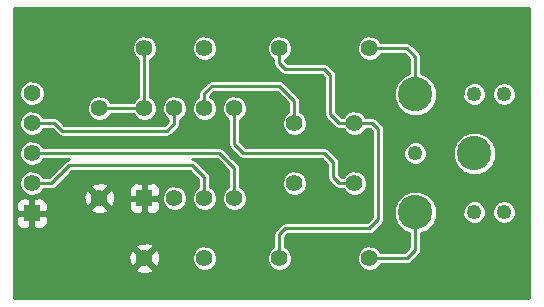
<source format=gtl>
G04 (created by PCBNEW (2013-07-07 BZR 4022)-stable) date 1/7/2015 2:01:18 PM*
%MOIN*%
G04 Gerber Fmt 3.4, Leading zero omitted, Abs format*
%FSLAX34Y34*%
G01*
G70*
G90*
G04 APERTURE LIST*
%ADD10C,0.00590551*%
%ADD11C,0.055*%
%ADD12R,0.055X0.055*%
%ADD13C,0.114173*%
%ADD14C,0.0492126*%
%ADD15C,0.01*%
G04 APERTURE END LIST*
G54D10*
G54D11*
X78500Y-62500D03*
X78500Y-65500D03*
X84500Y-60500D03*
X87500Y-60500D03*
X84500Y-67500D03*
X87500Y-67500D03*
G54D12*
X80000Y-65500D03*
G54D11*
X81000Y-65500D03*
X82000Y-65500D03*
X83000Y-65500D03*
X83000Y-62500D03*
X82000Y-62500D03*
X81000Y-62500D03*
X80000Y-62500D03*
X82000Y-67500D03*
X80000Y-67500D03*
X80000Y-60500D03*
X82000Y-60500D03*
X85000Y-63000D03*
X85000Y-65000D03*
X87000Y-65000D03*
X87000Y-63000D03*
G54D12*
X76250Y-66000D03*
G54D11*
X76250Y-65000D03*
X76250Y-64000D03*
X76250Y-63000D03*
X76250Y-62000D03*
G54D13*
X91000Y-64000D03*
X89031Y-62031D03*
X89031Y-65968D03*
G54D14*
X89031Y-64000D03*
X91000Y-65968D03*
X91000Y-62031D03*
X91984Y-62031D03*
X91984Y-65968D03*
G54D15*
X85000Y-62750D02*
X85000Y-62250D01*
X82000Y-62000D02*
X82000Y-62500D01*
X82250Y-61750D02*
X82000Y-62000D01*
X84500Y-61750D02*
X82250Y-61750D01*
X85000Y-62250D02*
X84500Y-61750D01*
X78500Y-62500D02*
X80000Y-62500D01*
X80000Y-62500D02*
X80000Y-60500D01*
X87500Y-60500D02*
X88750Y-60500D01*
X89031Y-60781D02*
X89031Y-62031D01*
X88750Y-60500D02*
X89031Y-60781D01*
X87000Y-65000D02*
X86500Y-65000D01*
X83000Y-63700D02*
X83000Y-62500D01*
X83300Y-64000D02*
X83000Y-63700D01*
X86000Y-64000D02*
X83300Y-64000D01*
X86300Y-64300D02*
X86000Y-64000D01*
X86300Y-64800D02*
X86300Y-64300D01*
X86500Y-65000D02*
X86300Y-64800D01*
X84500Y-67500D02*
X84500Y-66700D01*
X87600Y-63000D02*
X87000Y-63000D01*
X87800Y-63200D02*
X87600Y-63000D01*
X87800Y-66200D02*
X87800Y-63200D01*
X87500Y-66500D02*
X87800Y-66200D01*
X84700Y-66500D02*
X87500Y-66500D01*
X84500Y-66700D02*
X84700Y-66500D01*
X86500Y-63000D02*
X86200Y-62700D01*
X84500Y-61000D02*
X84500Y-60500D01*
X84700Y-61200D02*
X84500Y-61000D01*
X86000Y-61200D02*
X84700Y-61200D01*
X86200Y-61400D02*
X86000Y-61200D01*
X86200Y-62700D02*
X86200Y-61400D01*
X86500Y-63000D02*
X87000Y-63000D01*
X87500Y-67500D02*
X88750Y-67500D01*
X89031Y-67218D02*
X89031Y-65968D01*
X88750Y-67500D02*
X89031Y-67218D01*
X82000Y-65000D02*
X82000Y-64800D01*
X82000Y-65500D02*
X82000Y-65000D01*
X76900Y-65000D02*
X76250Y-65000D01*
X77500Y-64400D02*
X76900Y-65000D01*
X81600Y-64400D02*
X77500Y-64400D01*
X82000Y-64800D02*
X81600Y-64400D01*
X81000Y-62500D02*
X81000Y-63000D01*
X77000Y-63000D02*
X76250Y-63000D01*
X77250Y-63250D02*
X77000Y-63000D01*
X80750Y-63250D02*
X77250Y-63250D01*
X81000Y-63000D02*
X80750Y-63250D01*
X82750Y-64250D02*
X82500Y-64000D01*
X83000Y-64500D02*
X82750Y-64250D01*
X83000Y-65500D02*
X83000Y-64750D01*
X83000Y-64750D02*
X83000Y-64500D01*
X82500Y-64000D02*
X76250Y-64000D01*
G54D10*
G36*
X92830Y-68830D02*
X92380Y-68830D01*
X92380Y-65890D01*
X92380Y-61953D01*
X92320Y-61807D01*
X92208Y-61695D01*
X92063Y-61635D01*
X91905Y-61635D01*
X91760Y-61695D01*
X91648Y-61806D01*
X91588Y-61952D01*
X91588Y-62109D01*
X91648Y-62255D01*
X91759Y-62367D01*
X91905Y-62427D01*
X92062Y-62427D01*
X92208Y-62367D01*
X92319Y-62256D01*
X92380Y-62110D01*
X92380Y-61953D01*
X92380Y-65890D01*
X92320Y-65744D01*
X92208Y-65632D01*
X92063Y-65572D01*
X91905Y-65572D01*
X91760Y-65632D01*
X91720Y-65671D01*
X91720Y-63857D01*
X91611Y-63592D01*
X91408Y-63389D01*
X91396Y-63383D01*
X91396Y-61953D01*
X91335Y-61807D01*
X91224Y-61695D01*
X91079Y-61635D01*
X90921Y-61635D01*
X90775Y-61695D01*
X90664Y-61806D01*
X90604Y-61952D01*
X90603Y-62109D01*
X90664Y-62255D01*
X90775Y-62367D01*
X90920Y-62427D01*
X91078Y-62427D01*
X91224Y-62367D01*
X91335Y-62256D01*
X91395Y-62110D01*
X91396Y-61953D01*
X91396Y-63383D01*
X91144Y-63279D01*
X90857Y-63279D01*
X90592Y-63388D01*
X90389Y-63591D01*
X90279Y-63855D01*
X90279Y-64142D01*
X90388Y-64407D01*
X90591Y-64610D01*
X90855Y-64720D01*
X91142Y-64720D01*
X91407Y-64611D01*
X91610Y-64408D01*
X91720Y-64144D01*
X91720Y-63857D01*
X91720Y-65671D01*
X91648Y-65743D01*
X91588Y-65889D01*
X91588Y-66046D01*
X91648Y-66192D01*
X91759Y-66304D01*
X91905Y-66364D01*
X92062Y-66364D01*
X92208Y-66304D01*
X92319Y-66193D01*
X92380Y-66047D01*
X92380Y-65890D01*
X92380Y-68830D01*
X91396Y-68830D01*
X91396Y-65890D01*
X91335Y-65744D01*
X91224Y-65632D01*
X91079Y-65572D01*
X90921Y-65572D01*
X90775Y-65632D01*
X90664Y-65743D01*
X90604Y-65889D01*
X90603Y-66046D01*
X90664Y-66192D01*
X90775Y-66304D01*
X90920Y-66364D01*
X91078Y-66364D01*
X91224Y-66304D01*
X91335Y-66193D01*
X91395Y-66047D01*
X91396Y-65890D01*
X91396Y-68830D01*
X89752Y-68830D01*
X89752Y-65825D01*
X89752Y-61888D01*
X89642Y-61623D01*
X89440Y-61420D01*
X89231Y-61334D01*
X89231Y-60781D01*
X89216Y-60704D01*
X89216Y-60704D01*
X89201Y-60683D01*
X89172Y-60640D01*
X89172Y-60640D01*
X88891Y-60358D01*
X88826Y-60315D01*
X88750Y-60300D01*
X87877Y-60300D01*
X87860Y-60259D01*
X87741Y-60139D01*
X87584Y-60075D01*
X87415Y-60074D01*
X87259Y-60139D01*
X87139Y-60258D01*
X87075Y-60415D01*
X87074Y-60584D01*
X87139Y-60740D01*
X87258Y-60860D01*
X87415Y-60924D01*
X87584Y-60925D01*
X87740Y-60860D01*
X87860Y-60741D01*
X87877Y-60700D01*
X88667Y-60700D01*
X88831Y-60864D01*
X88831Y-61334D01*
X88623Y-61420D01*
X88420Y-61622D01*
X88310Y-61887D01*
X88310Y-62174D01*
X88420Y-62439D01*
X88622Y-62642D01*
X88887Y-62752D01*
X89174Y-62752D01*
X89439Y-62642D01*
X89642Y-62440D01*
X89752Y-62175D01*
X89752Y-61888D01*
X89752Y-65825D01*
X89642Y-65560D01*
X89440Y-65357D01*
X89427Y-65352D01*
X89427Y-63921D01*
X89367Y-63775D01*
X89256Y-63664D01*
X89110Y-63604D01*
X88953Y-63603D01*
X88807Y-63664D01*
X88695Y-63775D01*
X88635Y-63920D01*
X88635Y-64078D01*
X88695Y-64224D01*
X88806Y-64335D01*
X88952Y-64395D01*
X89109Y-64396D01*
X89255Y-64335D01*
X89367Y-64224D01*
X89427Y-64079D01*
X89427Y-63921D01*
X89427Y-65352D01*
X89175Y-65247D01*
X88888Y-65247D01*
X88623Y-65357D01*
X88420Y-65559D01*
X88310Y-65824D01*
X88310Y-66111D01*
X88420Y-66376D01*
X88622Y-66579D01*
X88831Y-66665D01*
X88831Y-67135D01*
X88667Y-67300D01*
X88000Y-67300D01*
X88000Y-66200D01*
X88000Y-63200D01*
X87984Y-63123D01*
X87984Y-63123D01*
X87970Y-63101D01*
X87941Y-63058D01*
X87941Y-63058D01*
X87741Y-62858D01*
X87676Y-62815D01*
X87600Y-62800D01*
X87377Y-62800D01*
X87360Y-62759D01*
X87241Y-62639D01*
X87084Y-62575D01*
X86915Y-62574D01*
X86759Y-62639D01*
X86639Y-62758D01*
X86622Y-62800D01*
X86582Y-62800D01*
X86400Y-62617D01*
X86400Y-61400D01*
X86384Y-61323D01*
X86384Y-61323D01*
X86370Y-61301D01*
X86341Y-61258D01*
X86341Y-61258D01*
X86141Y-61058D01*
X86076Y-61015D01*
X86000Y-61000D01*
X84782Y-61000D01*
X84700Y-60917D01*
X84700Y-60877D01*
X84740Y-60860D01*
X84860Y-60741D01*
X84924Y-60584D01*
X84925Y-60415D01*
X84860Y-60259D01*
X84741Y-60139D01*
X84584Y-60075D01*
X84415Y-60074D01*
X84259Y-60139D01*
X84139Y-60258D01*
X84075Y-60415D01*
X84074Y-60584D01*
X84139Y-60740D01*
X84258Y-60860D01*
X84300Y-60877D01*
X84300Y-61000D01*
X84315Y-61076D01*
X84358Y-61141D01*
X84558Y-61341D01*
X84558Y-61341D01*
X84601Y-61370D01*
X84623Y-61384D01*
X84623Y-61384D01*
X84700Y-61400D01*
X85917Y-61400D01*
X86000Y-61482D01*
X86000Y-62700D01*
X86015Y-62776D01*
X86058Y-62841D01*
X86358Y-63141D01*
X86358Y-63141D01*
X86401Y-63170D01*
X86423Y-63184D01*
X86423Y-63184D01*
X86499Y-63199D01*
X86500Y-63200D01*
X86622Y-63200D01*
X86639Y-63240D01*
X86758Y-63360D01*
X86915Y-63424D01*
X87084Y-63425D01*
X87240Y-63360D01*
X87360Y-63241D01*
X87377Y-63200D01*
X87517Y-63200D01*
X87600Y-63282D01*
X87600Y-66117D01*
X87425Y-66292D01*
X87425Y-64915D01*
X87360Y-64759D01*
X87241Y-64639D01*
X87084Y-64575D01*
X86915Y-64574D01*
X86759Y-64639D01*
X86639Y-64758D01*
X86622Y-64800D01*
X86582Y-64800D01*
X86500Y-64717D01*
X86500Y-64300D01*
X86499Y-64299D01*
X86484Y-64223D01*
X86484Y-64223D01*
X86470Y-64201D01*
X86441Y-64158D01*
X86441Y-64158D01*
X86141Y-63858D01*
X86076Y-63815D01*
X86000Y-63800D01*
X85425Y-63800D01*
X85425Y-62915D01*
X85360Y-62759D01*
X85241Y-62639D01*
X85200Y-62622D01*
X85200Y-62250D01*
X85187Y-62186D01*
X85184Y-62173D01*
X85184Y-62173D01*
X85141Y-62108D01*
X84641Y-61608D01*
X84576Y-61565D01*
X84500Y-61550D01*
X82425Y-61550D01*
X82425Y-60415D01*
X82360Y-60259D01*
X82241Y-60139D01*
X82084Y-60075D01*
X81915Y-60074D01*
X81759Y-60139D01*
X81639Y-60258D01*
X81575Y-60415D01*
X81574Y-60584D01*
X81639Y-60740D01*
X81758Y-60860D01*
X81915Y-60924D01*
X82084Y-60925D01*
X82240Y-60860D01*
X82360Y-60741D01*
X82424Y-60584D01*
X82425Y-60415D01*
X82425Y-61550D01*
X82250Y-61550D01*
X82173Y-61565D01*
X82151Y-61579D01*
X82108Y-61608D01*
X81858Y-61858D01*
X81815Y-61923D01*
X81800Y-62000D01*
X81800Y-62122D01*
X81759Y-62139D01*
X81639Y-62258D01*
X81575Y-62415D01*
X81574Y-62584D01*
X81639Y-62740D01*
X81758Y-62860D01*
X81915Y-62924D01*
X82084Y-62925D01*
X82240Y-62860D01*
X82360Y-62741D01*
X82424Y-62584D01*
X82425Y-62415D01*
X82360Y-62259D01*
X82241Y-62139D01*
X82200Y-62122D01*
X82200Y-62082D01*
X82332Y-61950D01*
X84417Y-61950D01*
X84800Y-62332D01*
X84800Y-62622D01*
X84759Y-62639D01*
X84639Y-62758D01*
X84575Y-62915D01*
X84574Y-63084D01*
X84639Y-63240D01*
X84758Y-63360D01*
X84915Y-63424D01*
X85084Y-63425D01*
X85240Y-63360D01*
X85360Y-63241D01*
X85424Y-63084D01*
X85425Y-62915D01*
X85425Y-63800D01*
X83382Y-63800D01*
X83200Y-63617D01*
X83200Y-62877D01*
X83240Y-62860D01*
X83360Y-62741D01*
X83424Y-62584D01*
X83425Y-62415D01*
X83360Y-62259D01*
X83241Y-62139D01*
X83084Y-62075D01*
X82915Y-62074D01*
X82759Y-62139D01*
X82639Y-62258D01*
X82575Y-62415D01*
X82574Y-62584D01*
X82639Y-62740D01*
X82758Y-62860D01*
X82800Y-62877D01*
X82800Y-63700D01*
X82815Y-63776D01*
X82858Y-63841D01*
X83158Y-64141D01*
X83158Y-64141D01*
X83201Y-64170D01*
X83223Y-64184D01*
X83223Y-64184D01*
X83299Y-64199D01*
X83300Y-64200D01*
X85917Y-64200D01*
X86100Y-64382D01*
X86100Y-64800D01*
X86115Y-64876D01*
X86158Y-64941D01*
X86358Y-65141D01*
X86358Y-65141D01*
X86401Y-65170D01*
X86423Y-65184D01*
X86423Y-65184D01*
X86500Y-65200D01*
X86622Y-65200D01*
X86639Y-65240D01*
X86758Y-65360D01*
X86915Y-65424D01*
X87084Y-65425D01*
X87240Y-65360D01*
X87360Y-65241D01*
X87424Y-65084D01*
X87425Y-64915D01*
X87425Y-66292D01*
X87417Y-66300D01*
X85425Y-66300D01*
X85425Y-64915D01*
X85360Y-64759D01*
X85241Y-64639D01*
X85084Y-64575D01*
X84915Y-64574D01*
X84759Y-64639D01*
X84639Y-64758D01*
X84575Y-64915D01*
X84574Y-65084D01*
X84639Y-65240D01*
X84758Y-65360D01*
X84915Y-65424D01*
X85084Y-65425D01*
X85240Y-65360D01*
X85360Y-65241D01*
X85424Y-65084D01*
X85425Y-64915D01*
X85425Y-66300D01*
X84700Y-66300D01*
X84623Y-66315D01*
X84601Y-66329D01*
X84558Y-66358D01*
X84358Y-66558D01*
X84315Y-66623D01*
X84300Y-66700D01*
X84300Y-67122D01*
X84259Y-67139D01*
X84139Y-67258D01*
X84075Y-67415D01*
X84074Y-67584D01*
X84139Y-67740D01*
X84258Y-67860D01*
X84415Y-67924D01*
X84584Y-67925D01*
X84740Y-67860D01*
X84860Y-67741D01*
X84924Y-67584D01*
X84925Y-67415D01*
X84860Y-67259D01*
X84741Y-67139D01*
X84700Y-67122D01*
X84700Y-66782D01*
X84782Y-66700D01*
X87500Y-66700D01*
X87576Y-66684D01*
X87641Y-66641D01*
X87941Y-66341D01*
X87941Y-66341D01*
X87970Y-66298D01*
X87984Y-66276D01*
X87984Y-66276D01*
X87999Y-66200D01*
X88000Y-66200D01*
X88000Y-67300D01*
X87877Y-67300D01*
X87860Y-67259D01*
X87741Y-67139D01*
X87584Y-67075D01*
X87415Y-67074D01*
X87259Y-67139D01*
X87139Y-67258D01*
X87075Y-67415D01*
X87074Y-67584D01*
X87139Y-67740D01*
X87258Y-67860D01*
X87415Y-67924D01*
X87584Y-67925D01*
X87740Y-67860D01*
X87860Y-67741D01*
X87877Y-67700D01*
X88750Y-67700D01*
X88826Y-67684D01*
X88891Y-67641D01*
X89172Y-67359D01*
X89172Y-67359D01*
X89201Y-67316D01*
X89216Y-67295D01*
X89216Y-67295D01*
X89231Y-67218D01*
X89231Y-67218D01*
X89231Y-66665D01*
X89439Y-66579D01*
X89642Y-66377D01*
X89752Y-66112D01*
X89752Y-65825D01*
X89752Y-68830D01*
X83425Y-68830D01*
X83425Y-65415D01*
X83360Y-65259D01*
X83241Y-65139D01*
X83200Y-65122D01*
X83200Y-64750D01*
X83200Y-64500D01*
X83184Y-64423D01*
X83184Y-64423D01*
X83170Y-64401D01*
X83141Y-64358D01*
X83141Y-64358D01*
X82891Y-64108D01*
X82891Y-64108D01*
X82891Y-64108D01*
X82641Y-63858D01*
X82576Y-63815D01*
X82500Y-63800D01*
X81425Y-63800D01*
X81425Y-62415D01*
X81360Y-62259D01*
X81241Y-62139D01*
X81084Y-62075D01*
X80915Y-62074D01*
X80759Y-62139D01*
X80639Y-62258D01*
X80575Y-62415D01*
X80574Y-62584D01*
X80639Y-62740D01*
X80758Y-62860D01*
X80800Y-62877D01*
X80800Y-62917D01*
X80667Y-63050D01*
X80425Y-63050D01*
X80425Y-62415D01*
X80360Y-62259D01*
X80241Y-62139D01*
X80200Y-62122D01*
X80200Y-60877D01*
X80240Y-60860D01*
X80360Y-60741D01*
X80424Y-60584D01*
X80425Y-60415D01*
X80360Y-60259D01*
X80241Y-60139D01*
X80084Y-60075D01*
X79915Y-60074D01*
X79759Y-60139D01*
X79639Y-60258D01*
X79575Y-60415D01*
X79574Y-60584D01*
X79639Y-60740D01*
X79758Y-60860D01*
X79800Y-60877D01*
X79800Y-62122D01*
X79759Y-62139D01*
X79639Y-62258D01*
X79622Y-62300D01*
X78877Y-62300D01*
X78860Y-62259D01*
X78741Y-62139D01*
X78584Y-62075D01*
X78415Y-62074D01*
X78259Y-62139D01*
X78139Y-62258D01*
X78075Y-62415D01*
X78074Y-62584D01*
X78139Y-62740D01*
X78258Y-62860D01*
X78415Y-62924D01*
X78584Y-62925D01*
X78740Y-62860D01*
X78860Y-62741D01*
X78877Y-62700D01*
X79622Y-62700D01*
X79639Y-62740D01*
X79758Y-62860D01*
X79915Y-62924D01*
X80084Y-62925D01*
X80240Y-62860D01*
X80360Y-62741D01*
X80424Y-62584D01*
X80425Y-62415D01*
X80425Y-63050D01*
X77332Y-63050D01*
X77141Y-62858D01*
X77076Y-62815D01*
X77000Y-62800D01*
X76675Y-62800D01*
X76675Y-61915D01*
X76610Y-61759D01*
X76491Y-61639D01*
X76334Y-61575D01*
X76165Y-61574D01*
X76009Y-61639D01*
X75889Y-61758D01*
X75825Y-61915D01*
X75824Y-62084D01*
X75889Y-62240D01*
X76008Y-62360D01*
X76165Y-62424D01*
X76334Y-62425D01*
X76490Y-62360D01*
X76610Y-62241D01*
X76674Y-62084D01*
X76675Y-61915D01*
X76675Y-62800D01*
X76627Y-62800D01*
X76610Y-62759D01*
X76491Y-62639D01*
X76334Y-62575D01*
X76165Y-62574D01*
X76009Y-62639D01*
X75889Y-62758D01*
X75825Y-62915D01*
X75824Y-63084D01*
X75889Y-63240D01*
X76008Y-63360D01*
X76165Y-63424D01*
X76334Y-63425D01*
X76490Y-63360D01*
X76610Y-63241D01*
X76627Y-63200D01*
X76917Y-63200D01*
X77108Y-63391D01*
X77108Y-63391D01*
X77151Y-63420D01*
X77173Y-63434D01*
X77173Y-63434D01*
X77250Y-63450D01*
X80750Y-63450D01*
X80826Y-63434D01*
X80891Y-63391D01*
X81141Y-63141D01*
X81141Y-63141D01*
X81170Y-63098D01*
X81184Y-63076D01*
X81184Y-63076D01*
X81199Y-63000D01*
X81200Y-63000D01*
X81200Y-62877D01*
X81240Y-62860D01*
X81360Y-62741D01*
X81424Y-62584D01*
X81425Y-62415D01*
X81425Y-63800D01*
X76627Y-63800D01*
X76610Y-63759D01*
X76491Y-63639D01*
X76334Y-63575D01*
X76165Y-63574D01*
X76009Y-63639D01*
X75889Y-63758D01*
X75825Y-63915D01*
X75824Y-64084D01*
X75889Y-64240D01*
X76008Y-64360D01*
X76165Y-64424D01*
X76334Y-64425D01*
X76490Y-64360D01*
X76610Y-64241D01*
X76627Y-64200D01*
X77500Y-64200D01*
X77423Y-64215D01*
X77401Y-64229D01*
X77358Y-64258D01*
X76817Y-64800D01*
X76627Y-64800D01*
X76610Y-64759D01*
X76491Y-64639D01*
X76334Y-64575D01*
X76165Y-64574D01*
X76009Y-64639D01*
X75889Y-64758D01*
X75825Y-64915D01*
X75824Y-65084D01*
X75889Y-65240D01*
X76008Y-65360D01*
X76165Y-65424D01*
X76334Y-65425D01*
X76490Y-65360D01*
X76610Y-65241D01*
X76627Y-65200D01*
X76900Y-65200D01*
X76976Y-65184D01*
X77041Y-65141D01*
X77582Y-64600D01*
X81517Y-64600D01*
X81800Y-64882D01*
X81800Y-65000D01*
X81800Y-65122D01*
X81759Y-65139D01*
X81639Y-65258D01*
X81575Y-65415D01*
X81574Y-65584D01*
X81639Y-65740D01*
X81758Y-65860D01*
X81915Y-65924D01*
X82084Y-65925D01*
X82240Y-65860D01*
X82360Y-65741D01*
X82424Y-65584D01*
X82425Y-65415D01*
X82360Y-65259D01*
X82241Y-65139D01*
X82200Y-65122D01*
X82200Y-65000D01*
X82200Y-64800D01*
X82199Y-64799D01*
X82184Y-64723D01*
X82184Y-64723D01*
X82170Y-64701D01*
X82141Y-64658D01*
X82141Y-64658D01*
X81741Y-64258D01*
X81676Y-64215D01*
X81600Y-64200D01*
X82417Y-64200D01*
X82608Y-64391D01*
X82608Y-64391D01*
X82608Y-64391D01*
X82800Y-64582D01*
X82800Y-64750D01*
X82800Y-65122D01*
X82759Y-65139D01*
X82639Y-65258D01*
X82575Y-65415D01*
X82574Y-65584D01*
X82639Y-65740D01*
X82758Y-65860D01*
X82915Y-65924D01*
X83084Y-65925D01*
X83240Y-65860D01*
X83360Y-65741D01*
X83424Y-65584D01*
X83425Y-65415D01*
X83425Y-68830D01*
X82425Y-68830D01*
X82425Y-67415D01*
X82360Y-67259D01*
X82241Y-67139D01*
X82084Y-67075D01*
X81915Y-67074D01*
X81759Y-67139D01*
X81639Y-67258D01*
X81575Y-67415D01*
X81574Y-67584D01*
X81639Y-67740D01*
X81758Y-67860D01*
X81915Y-67924D01*
X82084Y-67925D01*
X82240Y-67860D01*
X82360Y-67741D01*
X82424Y-67584D01*
X82425Y-67415D01*
X82425Y-68830D01*
X81425Y-68830D01*
X81425Y-65415D01*
X81360Y-65259D01*
X81241Y-65139D01*
X81084Y-65075D01*
X80915Y-65074D01*
X80759Y-65139D01*
X80639Y-65258D01*
X80575Y-65415D01*
X80574Y-65584D01*
X80639Y-65740D01*
X80758Y-65860D01*
X80915Y-65924D01*
X81084Y-65925D01*
X81240Y-65860D01*
X81360Y-65741D01*
X81424Y-65584D01*
X81425Y-65415D01*
X81425Y-68830D01*
X80529Y-68830D01*
X80529Y-67575D01*
X80525Y-67486D01*
X80525Y-65725D01*
X80525Y-65274D01*
X80524Y-65175D01*
X80486Y-65083D01*
X80416Y-65012D01*
X80324Y-64974D01*
X80112Y-64975D01*
X80050Y-65037D01*
X80050Y-65450D01*
X80462Y-65450D01*
X80525Y-65387D01*
X80525Y-65274D01*
X80525Y-65725D01*
X80525Y-65612D01*
X80462Y-65550D01*
X80050Y-65550D01*
X80050Y-65962D01*
X80112Y-66025D01*
X80324Y-66025D01*
X80416Y-65987D01*
X80486Y-65916D01*
X80524Y-65824D01*
X80525Y-65725D01*
X80525Y-67486D01*
X80518Y-67367D01*
X80460Y-67227D01*
X80367Y-67202D01*
X80297Y-67273D01*
X80297Y-67132D01*
X80272Y-67039D01*
X80075Y-66970D01*
X79950Y-66976D01*
X79950Y-65962D01*
X79950Y-65550D01*
X79950Y-65450D01*
X79950Y-65037D01*
X79887Y-64975D01*
X79675Y-64974D01*
X79583Y-65012D01*
X79513Y-65083D01*
X79475Y-65175D01*
X79474Y-65274D01*
X79475Y-65387D01*
X79537Y-65450D01*
X79950Y-65450D01*
X79950Y-65550D01*
X79537Y-65550D01*
X79475Y-65612D01*
X79474Y-65725D01*
X79475Y-65824D01*
X79513Y-65916D01*
X79583Y-65987D01*
X79675Y-66025D01*
X79887Y-66025D01*
X79950Y-65962D01*
X79950Y-66976D01*
X79867Y-66981D01*
X79727Y-67039D01*
X79702Y-67132D01*
X80000Y-67429D01*
X80297Y-67132D01*
X80297Y-67273D01*
X80070Y-67500D01*
X80367Y-67797D01*
X80460Y-67772D01*
X80529Y-67575D01*
X80529Y-68830D01*
X80297Y-68830D01*
X80297Y-67867D01*
X80000Y-67570D01*
X79929Y-67641D01*
X79929Y-67500D01*
X79632Y-67202D01*
X79539Y-67227D01*
X79470Y-67424D01*
X79481Y-67632D01*
X79539Y-67772D01*
X79632Y-67797D01*
X79929Y-67500D01*
X79929Y-67641D01*
X79702Y-67867D01*
X79727Y-67960D01*
X79924Y-68029D01*
X80132Y-68018D01*
X80272Y-67960D01*
X80297Y-67867D01*
X80297Y-68830D01*
X79029Y-68830D01*
X79029Y-65575D01*
X79018Y-65367D01*
X78960Y-65227D01*
X78867Y-65202D01*
X78797Y-65273D01*
X78797Y-65132D01*
X78772Y-65039D01*
X78575Y-64970D01*
X78367Y-64981D01*
X78227Y-65039D01*
X78202Y-65132D01*
X78500Y-65429D01*
X78797Y-65132D01*
X78797Y-65273D01*
X78570Y-65500D01*
X78867Y-65797D01*
X78960Y-65772D01*
X79029Y-65575D01*
X79029Y-68830D01*
X78797Y-68830D01*
X78797Y-65867D01*
X78500Y-65570D01*
X78429Y-65641D01*
X78429Y-65500D01*
X78132Y-65202D01*
X78039Y-65227D01*
X77970Y-65424D01*
X77981Y-65632D01*
X78039Y-65772D01*
X78132Y-65797D01*
X78429Y-65500D01*
X78429Y-65641D01*
X78202Y-65867D01*
X78227Y-65960D01*
X78424Y-66029D01*
X78632Y-66018D01*
X78772Y-65960D01*
X78797Y-65867D01*
X78797Y-68830D01*
X76775Y-68830D01*
X76775Y-66324D01*
X76775Y-65675D01*
X76737Y-65583D01*
X76666Y-65513D01*
X76574Y-65475D01*
X76475Y-65474D01*
X76362Y-65475D01*
X76300Y-65537D01*
X76300Y-65950D01*
X76712Y-65950D01*
X76775Y-65887D01*
X76775Y-65675D01*
X76775Y-66324D01*
X76775Y-66112D01*
X76712Y-66050D01*
X76300Y-66050D01*
X76300Y-66462D01*
X76362Y-66525D01*
X76475Y-66525D01*
X76574Y-66524D01*
X76666Y-66486D01*
X76737Y-66416D01*
X76775Y-66324D01*
X76775Y-68830D01*
X76200Y-68830D01*
X76200Y-66462D01*
X76200Y-66050D01*
X76200Y-65950D01*
X76200Y-65537D01*
X76137Y-65475D01*
X76024Y-65474D01*
X75925Y-65475D01*
X75833Y-65513D01*
X75762Y-65583D01*
X75724Y-65675D01*
X75725Y-65887D01*
X75787Y-65950D01*
X76200Y-65950D01*
X76200Y-66050D01*
X75787Y-66050D01*
X75725Y-66112D01*
X75724Y-66324D01*
X75762Y-66416D01*
X75833Y-66486D01*
X75925Y-66524D01*
X76024Y-66525D01*
X76137Y-66525D01*
X76200Y-66462D01*
X76200Y-68830D01*
X75669Y-68830D01*
X75669Y-59169D01*
X92830Y-59169D01*
X92830Y-68830D01*
X92830Y-68830D01*
G37*
G54D15*
X92830Y-68830D02*
X92380Y-68830D01*
X92380Y-65890D01*
X92380Y-61953D01*
X92320Y-61807D01*
X92208Y-61695D01*
X92063Y-61635D01*
X91905Y-61635D01*
X91760Y-61695D01*
X91648Y-61806D01*
X91588Y-61952D01*
X91588Y-62109D01*
X91648Y-62255D01*
X91759Y-62367D01*
X91905Y-62427D01*
X92062Y-62427D01*
X92208Y-62367D01*
X92319Y-62256D01*
X92380Y-62110D01*
X92380Y-61953D01*
X92380Y-65890D01*
X92320Y-65744D01*
X92208Y-65632D01*
X92063Y-65572D01*
X91905Y-65572D01*
X91760Y-65632D01*
X91720Y-65671D01*
X91720Y-63857D01*
X91611Y-63592D01*
X91408Y-63389D01*
X91396Y-63383D01*
X91396Y-61953D01*
X91335Y-61807D01*
X91224Y-61695D01*
X91079Y-61635D01*
X90921Y-61635D01*
X90775Y-61695D01*
X90664Y-61806D01*
X90604Y-61952D01*
X90603Y-62109D01*
X90664Y-62255D01*
X90775Y-62367D01*
X90920Y-62427D01*
X91078Y-62427D01*
X91224Y-62367D01*
X91335Y-62256D01*
X91395Y-62110D01*
X91396Y-61953D01*
X91396Y-63383D01*
X91144Y-63279D01*
X90857Y-63279D01*
X90592Y-63388D01*
X90389Y-63591D01*
X90279Y-63855D01*
X90279Y-64142D01*
X90388Y-64407D01*
X90591Y-64610D01*
X90855Y-64720D01*
X91142Y-64720D01*
X91407Y-64611D01*
X91610Y-64408D01*
X91720Y-64144D01*
X91720Y-63857D01*
X91720Y-65671D01*
X91648Y-65743D01*
X91588Y-65889D01*
X91588Y-66046D01*
X91648Y-66192D01*
X91759Y-66304D01*
X91905Y-66364D01*
X92062Y-66364D01*
X92208Y-66304D01*
X92319Y-66193D01*
X92380Y-66047D01*
X92380Y-65890D01*
X92380Y-68830D01*
X91396Y-68830D01*
X91396Y-65890D01*
X91335Y-65744D01*
X91224Y-65632D01*
X91079Y-65572D01*
X90921Y-65572D01*
X90775Y-65632D01*
X90664Y-65743D01*
X90604Y-65889D01*
X90603Y-66046D01*
X90664Y-66192D01*
X90775Y-66304D01*
X90920Y-66364D01*
X91078Y-66364D01*
X91224Y-66304D01*
X91335Y-66193D01*
X91395Y-66047D01*
X91396Y-65890D01*
X91396Y-68830D01*
X89752Y-68830D01*
X89752Y-65825D01*
X89752Y-61888D01*
X89642Y-61623D01*
X89440Y-61420D01*
X89231Y-61334D01*
X89231Y-60781D01*
X89216Y-60704D01*
X89216Y-60704D01*
X89201Y-60683D01*
X89172Y-60640D01*
X89172Y-60640D01*
X88891Y-60358D01*
X88826Y-60315D01*
X88750Y-60300D01*
X87877Y-60300D01*
X87860Y-60259D01*
X87741Y-60139D01*
X87584Y-60075D01*
X87415Y-60074D01*
X87259Y-60139D01*
X87139Y-60258D01*
X87075Y-60415D01*
X87074Y-60584D01*
X87139Y-60740D01*
X87258Y-60860D01*
X87415Y-60924D01*
X87584Y-60925D01*
X87740Y-60860D01*
X87860Y-60741D01*
X87877Y-60700D01*
X88667Y-60700D01*
X88831Y-60864D01*
X88831Y-61334D01*
X88623Y-61420D01*
X88420Y-61622D01*
X88310Y-61887D01*
X88310Y-62174D01*
X88420Y-62439D01*
X88622Y-62642D01*
X88887Y-62752D01*
X89174Y-62752D01*
X89439Y-62642D01*
X89642Y-62440D01*
X89752Y-62175D01*
X89752Y-61888D01*
X89752Y-65825D01*
X89642Y-65560D01*
X89440Y-65357D01*
X89427Y-65352D01*
X89427Y-63921D01*
X89367Y-63775D01*
X89256Y-63664D01*
X89110Y-63604D01*
X88953Y-63603D01*
X88807Y-63664D01*
X88695Y-63775D01*
X88635Y-63920D01*
X88635Y-64078D01*
X88695Y-64224D01*
X88806Y-64335D01*
X88952Y-64395D01*
X89109Y-64396D01*
X89255Y-64335D01*
X89367Y-64224D01*
X89427Y-64079D01*
X89427Y-63921D01*
X89427Y-65352D01*
X89175Y-65247D01*
X88888Y-65247D01*
X88623Y-65357D01*
X88420Y-65559D01*
X88310Y-65824D01*
X88310Y-66111D01*
X88420Y-66376D01*
X88622Y-66579D01*
X88831Y-66665D01*
X88831Y-67135D01*
X88667Y-67300D01*
X88000Y-67300D01*
X88000Y-66200D01*
X88000Y-63200D01*
X87984Y-63123D01*
X87984Y-63123D01*
X87970Y-63101D01*
X87941Y-63058D01*
X87941Y-63058D01*
X87741Y-62858D01*
X87676Y-62815D01*
X87600Y-62800D01*
X87377Y-62800D01*
X87360Y-62759D01*
X87241Y-62639D01*
X87084Y-62575D01*
X86915Y-62574D01*
X86759Y-62639D01*
X86639Y-62758D01*
X86622Y-62800D01*
X86582Y-62800D01*
X86400Y-62617D01*
X86400Y-61400D01*
X86384Y-61323D01*
X86384Y-61323D01*
X86370Y-61301D01*
X86341Y-61258D01*
X86341Y-61258D01*
X86141Y-61058D01*
X86076Y-61015D01*
X86000Y-61000D01*
X84782Y-61000D01*
X84700Y-60917D01*
X84700Y-60877D01*
X84740Y-60860D01*
X84860Y-60741D01*
X84924Y-60584D01*
X84925Y-60415D01*
X84860Y-60259D01*
X84741Y-60139D01*
X84584Y-60075D01*
X84415Y-60074D01*
X84259Y-60139D01*
X84139Y-60258D01*
X84075Y-60415D01*
X84074Y-60584D01*
X84139Y-60740D01*
X84258Y-60860D01*
X84300Y-60877D01*
X84300Y-61000D01*
X84315Y-61076D01*
X84358Y-61141D01*
X84558Y-61341D01*
X84558Y-61341D01*
X84601Y-61370D01*
X84623Y-61384D01*
X84623Y-61384D01*
X84700Y-61400D01*
X85917Y-61400D01*
X86000Y-61482D01*
X86000Y-62700D01*
X86015Y-62776D01*
X86058Y-62841D01*
X86358Y-63141D01*
X86358Y-63141D01*
X86401Y-63170D01*
X86423Y-63184D01*
X86423Y-63184D01*
X86499Y-63199D01*
X86500Y-63200D01*
X86622Y-63200D01*
X86639Y-63240D01*
X86758Y-63360D01*
X86915Y-63424D01*
X87084Y-63425D01*
X87240Y-63360D01*
X87360Y-63241D01*
X87377Y-63200D01*
X87517Y-63200D01*
X87600Y-63282D01*
X87600Y-66117D01*
X87425Y-66292D01*
X87425Y-64915D01*
X87360Y-64759D01*
X87241Y-64639D01*
X87084Y-64575D01*
X86915Y-64574D01*
X86759Y-64639D01*
X86639Y-64758D01*
X86622Y-64800D01*
X86582Y-64800D01*
X86500Y-64717D01*
X86500Y-64300D01*
X86499Y-64299D01*
X86484Y-64223D01*
X86484Y-64223D01*
X86470Y-64201D01*
X86441Y-64158D01*
X86441Y-64158D01*
X86141Y-63858D01*
X86076Y-63815D01*
X86000Y-63800D01*
X85425Y-63800D01*
X85425Y-62915D01*
X85360Y-62759D01*
X85241Y-62639D01*
X85200Y-62622D01*
X85200Y-62250D01*
X85187Y-62186D01*
X85184Y-62173D01*
X85184Y-62173D01*
X85141Y-62108D01*
X84641Y-61608D01*
X84576Y-61565D01*
X84500Y-61550D01*
X82425Y-61550D01*
X82425Y-60415D01*
X82360Y-60259D01*
X82241Y-60139D01*
X82084Y-60075D01*
X81915Y-60074D01*
X81759Y-60139D01*
X81639Y-60258D01*
X81575Y-60415D01*
X81574Y-60584D01*
X81639Y-60740D01*
X81758Y-60860D01*
X81915Y-60924D01*
X82084Y-60925D01*
X82240Y-60860D01*
X82360Y-60741D01*
X82424Y-60584D01*
X82425Y-60415D01*
X82425Y-61550D01*
X82250Y-61550D01*
X82173Y-61565D01*
X82151Y-61579D01*
X82108Y-61608D01*
X81858Y-61858D01*
X81815Y-61923D01*
X81800Y-62000D01*
X81800Y-62122D01*
X81759Y-62139D01*
X81639Y-62258D01*
X81575Y-62415D01*
X81574Y-62584D01*
X81639Y-62740D01*
X81758Y-62860D01*
X81915Y-62924D01*
X82084Y-62925D01*
X82240Y-62860D01*
X82360Y-62741D01*
X82424Y-62584D01*
X82425Y-62415D01*
X82360Y-62259D01*
X82241Y-62139D01*
X82200Y-62122D01*
X82200Y-62082D01*
X82332Y-61950D01*
X84417Y-61950D01*
X84800Y-62332D01*
X84800Y-62622D01*
X84759Y-62639D01*
X84639Y-62758D01*
X84575Y-62915D01*
X84574Y-63084D01*
X84639Y-63240D01*
X84758Y-63360D01*
X84915Y-63424D01*
X85084Y-63425D01*
X85240Y-63360D01*
X85360Y-63241D01*
X85424Y-63084D01*
X85425Y-62915D01*
X85425Y-63800D01*
X83382Y-63800D01*
X83200Y-63617D01*
X83200Y-62877D01*
X83240Y-62860D01*
X83360Y-62741D01*
X83424Y-62584D01*
X83425Y-62415D01*
X83360Y-62259D01*
X83241Y-62139D01*
X83084Y-62075D01*
X82915Y-62074D01*
X82759Y-62139D01*
X82639Y-62258D01*
X82575Y-62415D01*
X82574Y-62584D01*
X82639Y-62740D01*
X82758Y-62860D01*
X82800Y-62877D01*
X82800Y-63700D01*
X82815Y-63776D01*
X82858Y-63841D01*
X83158Y-64141D01*
X83158Y-64141D01*
X83201Y-64170D01*
X83223Y-64184D01*
X83223Y-64184D01*
X83299Y-64199D01*
X83300Y-64200D01*
X85917Y-64200D01*
X86100Y-64382D01*
X86100Y-64800D01*
X86115Y-64876D01*
X86158Y-64941D01*
X86358Y-65141D01*
X86358Y-65141D01*
X86401Y-65170D01*
X86423Y-65184D01*
X86423Y-65184D01*
X86500Y-65200D01*
X86622Y-65200D01*
X86639Y-65240D01*
X86758Y-65360D01*
X86915Y-65424D01*
X87084Y-65425D01*
X87240Y-65360D01*
X87360Y-65241D01*
X87424Y-65084D01*
X87425Y-64915D01*
X87425Y-66292D01*
X87417Y-66300D01*
X85425Y-66300D01*
X85425Y-64915D01*
X85360Y-64759D01*
X85241Y-64639D01*
X85084Y-64575D01*
X84915Y-64574D01*
X84759Y-64639D01*
X84639Y-64758D01*
X84575Y-64915D01*
X84574Y-65084D01*
X84639Y-65240D01*
X84758Y-65360D01*
X84915Y-65424D01*
X85084Y-65425D01*
X85240Y-65360D01*
X85360Y-65241D01*
X85424Y-65084D01*
X85425Y-64915D01*
X85425Y-66300D01*
X84700Y-66300D01*
X84623Y-66315D01*
X84601Y-66329D01*
X84558Y-66358D01*
X84358Y-66558D01*
X84315Y-66623D01*
X84300Y-66700D01*
X84300Y-67122D01*
X84259Y-67139D01*
X84139Y-67258D01*
X84075Y-67415D01*
X84074Y-67584D01*
X84139Y-67740D01*
X84258Y-67860D01*
X84415Y-67924D01*
X84584Y-67925D01*
X84740Y-67860D01*
X84860Y-67741D01*
X84924Y-67584D01*
X84925Y-67415D01*
X84860Y-67259D01*
X84741Y-67139D01*
X84700Y-67122D01*
X84700Y-66782D01*
X84782Y-66700D01*
X87500Y-66700D01*
X87576Y-66684D01*
X87641Y-66641D01*
X87941Y-66341D01*
X87941Y-66341D01*
X87970Y-66298D01*
X87984Y-66276D01*
X87984Y-66276D01*
X87999Y-66200D01*
X88000Y-66200D01*
X88000Y-67300D01*
X87877Y-67300D01*
X87860Y-67259D01*
X87741Y-67139D01*
X87584Y-67075D01*
X87415Y-67074D01*
X87259Y-67139D01*
X87139Y-67258D01*
X87075Y-67415D01*
X87074Y-67584D01*
X87139Y-67740D01*
X87258Y-67860D01*
X87415Y-67924D01*
X87584Y-67925D01*
X87740Y-67860D01*
X87860Y-67741D01*
X87877Y-67700D01*
X88750Y-67700D01*
X88826Y-67684D01*
X88891Y-67641D01*
X89172Y-67359D01*
X89172Y-67359D01*
X89201Y-67316D01*
X89216Y-67295D01*
X89216Y-67295D01*
X89231Y-67218D01*
X89231Y-67218D01*
X89231Y-66665D01*
X89439Y-66579D01*
X89642Y-66377D01*
X89752Y-66112D01*
X89752Y-65825D01*
X89752Y-68830D01*
X83425Y-68830D01*
X83425Y-65415D01*
X83360Y-65259D01*
X83241Y-65139D01*
X83200Y-65122D01*
X83200Y-64750D01*
X83200Y-64500D01*
X83184Y-64423D01*
X83184Y-64423D01*
X83170Y-64401D01*
X83141Y-64358D01*
X83141Y-64358D01*
X82891Y-64108D01*
X82891Y-64108D01*
X82891Y-64108D01*
X82641Y-63858D01*
X82576Y-63815D01*
X82500Y-63800D01*
X81425Y-63800D01*
X81425Y-62415D01*
X81360Y-62259D01*
X81241Y-62139D01*
X81084Y-62075D01*
X80915Y-62074D01*
X80759Y-62139D01*
X80639Y-62258D01*
X80575Y-62415D01*
X80574Y-62584D01*
X80639Y-62740D01*
X80758Y-62860D01*
X80800Y-62877D01*
X80800Y-62917D01*
X80667Y-63050D01*
X80425Y-63050D01*
X80425Y-62415D01*
X80360Y-62259D01*
X80241Y-62139D01*
X80200Y-62122D01*
X80200Y-60877D01*
X80240Y-60860D01*
X80360Y-60741D01*
X80424Y-60584D01*
X80425Y-60415D01*
X80360Y-60259D01*
X80241Y-60139D01*
X80084Y-60075D01*
X79915Y-60074D01*
X79759Y-60139D01*
X79639Y-60258D01*
X79575Y-60415D01*
X79574Y-60584D01*
X79639Y-60740D01*
X79758Y-60860D01*
X79800Y-60877D01*
X79800Y-62122D01*
X79759Y-62139D01*
X79639Y-62258D01*
X79622Y-62300D01*
X78877Y-62300D01*
X78860Y-62259D01*
X78741Y-62139D01*
X78584Y-62075D01*
X78415Y-62074D01*
X78259Y-62139D01*
X78139Y-62258D01*
X78075Y-62415D01*
X78074Y-62584D01*
X78139Y-62740D01*
X78258Y-62860D01*
X78415Y-62924D01*
X78584Y-62925D01*
X78740Y-62860D01*
X78860Y-62741D01*
X78877Y-62700D01*
X79622Y-62700D01*
X79639Y-62740D01*
X79758Y-62860D01*
X79915Y-62924D01*
X80084Y-62925D01*
X80240Y-62860D01*
X80360Y-62741D01*
X80424Y-62584D01*
X80425Y-62415D01*
X80425Y-63050D01*
X77332Y-63050D01*
X77141Y-62858D01*
X77076Y-62815D01*
X77000Y-62800D01*
X76675Y-62800D01*
X76675Y-61915D01*
X76610Y-61759D01*
X76491Y-61639D01*
X76334Y-61575D01*
X76165Y-61574D01*
X76009Y-61639D01*
X75889Y-61758D01*
X75825Y-61915D01*
X75824Y-62084D01*
X75889Y-62240D01*
X76008Y-62360D01*
X76165Y-62424D01*
X76334Y-62425D01*
X76490Y-62360D01*
X76610Y-62241D01*
X76674Y-62084D01*
X76675Y-61915D01*
X76675Y-62800D01*
X76627Y-62800D01*
X76610Y-62759D01*
X76491Y-62639D01*
X76334Y-62575D01*
X76165Y-62574D01*
X76009Y-62639D01*
X75889Y-62758D01*
X75825Y-62915D01*
X75824Y-63084D01*
X75889Y-63240D01*
X76008Y-63360D01*
X76165Y-63424D01*
X76334Y-63425D01*
X76490Y-63360D01*
X76610Y-63241D01*
X76627Y-63200D01*
X76917Y-63200D01*
X77108Y-63391D01*
X77108Y-63391D01*
X77151Y-63420D01*
X77173Y-63434D01*
X77173Y-63434D01*
X77250Y-63450D01*
X80750Y-63450D01*
X80826Y-63434D01*
X80891Y-63391D01*
X81141Y-63141D01*
X81141Y-63141D01*
X81170Y-63098D01*
X81184Y-63076D01*
X81184Y-63076D01*
X81199Y-63000D01*
X81200Y-63000D01*
X81200Y-62877D01*
X81240Y-62860D01*
X81360Y-62741D01*
X81424Y-62584D01*
X81425Y-62415D01*
X81425Y-63800D01*
X76627Y-63800D01*
X76610Y-63759D01*
X76491Y-63639D01*
X76334Y-63575D01*
X76165Y-63574D01*
X76009Y-63639D01*
X75889Y-63758D01*
X75825Y-63915D01*
X75824Y-64084D01*
X75889Y-64240D01*
X76008Y-64360D01*
X76165Y-64424D01*
X76334Y-64425D01*
X76490Y-64360D01*
X76610Y-64241D01*
X76627Y-64200D01*
X77500Y-64200D01*
X77423Y-64215D01*
X77401Y-64229D01*
X77358Y-64258D01*
X76817Y-64800D01*
X76627Y-64800D01*
X76610Y-64759D01*
X76491Y-64639D01*
X76334Y-64575D01*
X76165Y-64574D01*
X76009Y-64639D01*
X75889Y-64758D01*
X75825Y-64915D01*
X75824Y-65084D01*
X75889Y-65240D01*
X76008Y-65360D01*
X76165Y-65424D01*
X76334Y-65425D01*
X76490Y-65360D01*
X76610Y-65241D01*
X76627Y-65200D01*
X76900Y-65200D01*
X76976Y-65184D01*
X77041Y-65141D01*
X77582Y-64600D01*
X81517Y-64600D01*
X81800Y-64882D01*
X81800Y-65000D01*
X81800Y-65122D01*
X81759Y-65139D01*
X81639Y-65258D01*
X81575Y-65415D01*
X81574Y-65584D01*
X81639Y-65740D01*
X81758Y-65860D01*
X81915Y-65924D01*
X82084Y-65925D01*
X82240Y-65860D01*
X82360Y-65741D01*
X82424Y-65584D01*
X82425Y-65415D01*
X82360Y-65259D01*
X82241Y-65139D01*
X82200Y-65122D01*
X82200Y-65000D01*
X82200Y-64800D01*
X82199Y-64799D01*
X82184Y-64723D01*
X82184Y-64723D01*
X82170Y-64701D01*
X82141Y-64658D01*
X82141Y-64658D01*
X81741Y-64258D01*
X81676Y-64215D01*
X81600Y-64200D01*
X82417Y-64200D01*
X82608Y-64391D01*
X82608Y-64391D01*
X82608Y-64391D01*
X82800Y-64582D01*
X82800Y-64750D01*
X82800Y-65122D01*
X82759Y-65139D01*
X82639Y-65258D01*
X82575Y-65415D01*
X82574Y-65584D01*
X82639Y-65740D01*
X82758Y-65860D01*
X82915Y-65924D01*
X83084Y-65925D01*
X83240Y-65860D01*
X83360Y-65741D01*
X83424Y-65584D01*
X83425Y-65415D01*
X83425Y-68830D01*
X82425Y-68830D01*
X82425Y-67415D01*
X82360Y-67259D01*
X82241Y-67139D01*
X82084Y-67075D01*
X81915Y-67074D01*
X81759Y-67139D01*
X81639Y-67258D01*
X81575Y-67415D01*
X81574Y-67584D01*
X81639Y-67740D01*
X81758Y-67860D01*
X81915Y-67924D01*
X82084Y-67925D01*
X82240Y-67860D01*
X82360Y-67741D01*
X82424Y-67584D01*
X82425Y-67415D01*
X82425Y-68830D01*
X81425Y-68830D01*
X81425Y-65415D01*
X81360Y-65259D01*
X81241Y-65139D01*
X81084Y-65075D01*
X80915Y-65074D01*
X80759Y-65139D01*
X80639Y-65258D01*
X80575Y-65415D01*
X80574Y-65584D01*
X80639Y-65740D01*
X80758Y-65860D01*
X80915Y-65924D01*
X81084Y-65925D01*
X81240Y-65860D01*
X81360Y-65741D01*
X81424Y-65584D01*
X81425Y-65415D01*
X81425Y-68830D01*
X80529Y-68830D01*
X80529Y-67575D01*
X80525Y-67486D01*
X80525Y-65725D01*
X80525Y-65274D01*
X80524Y-65175D01*
X80486Y-65083D01*
X80416Y-65012D01*
X80324Y-64974D01*
X80112Y-64975D01*
X80050Y-65037D01*
X80050Y-65450D01*
X80462Y-65450D01*
X80525Y-65387D01*
X80525Y-65274D01*
X80525Y-65725D01*
X80525Y-65612D01*
X80462Y-65550D01*
X80050Y-65550D01*
X80050Y-65962D01*
X80112Y-66025D01*
X80324Y-66025D01*
X80416Y-65987D01*
X80486Y-65916D01*
X80524Y-65824D01*
X80525Y-65725D01*
X80525Y-67486D01*
X80518Y-67367D01*
X80460Y-67227D01*
X80367Y-67202D01*
X80297Y-67273D01*
X80297Y-67132D01*
X80272Y-67039D01*
X80075Y-66970D01*
X79950Y-66976D01*
X79950Y-65962D01*
X79950Y-65550D01*
X79950Y-65450D01*
X79950Y-65037D01*
X79887Y-64975D01*
X79675Y-64974D01*
X79583Y-65012D01*
X79513Y-65083D01*
X79475Y-65175D01*
X79474Y-65274D01*
X79475Y-65387D01*
X79537Y-65450D01*
X79950Y-65450D01*
X79950Y-65550D01*
X79537Y-65550D01*
X79475Y-65612D01*
X79474Y-65725D01*
X79475Y-65824D01*
X79513Y-65916D01*
X79583Y-65987D01*
X79675Y-66025D01*
X79887Y-66025D01*
X79950Y-65962D01*
X79950Y-66976D01*
X79867Y-66981D01*
X79727Y-67039D01*
X79702Y-67132D01*
X80000Y-67429D01*
X80297Y-67132D01*
X80297Y-67273D01*
X80070Y-67500D01*
X80367Y-67797D01*
X80460Y-67772D01*
X80529Y-67575D01*
X80529Y-68830D01*
X80297Y-68830D01*
X80297Y-67867D01*
X80000Y-67570D01*
X79929Y-67641D01*
X79929Y-67500D01*
X79632Y-67202D01*
X79539Y-67227D01*
X79470Y-67424D01*
X79481Y-67632D01*
X79539Y-67772D01*
X79632Y-67797D01*
X79929Y-67500D01*
X79929Y-67641D01*
X79702Y-67867D01*
X79727Y-67960D01*
X79924Y-68029D01*
X80132Y-68018D01*
X80272Y-67960D01*
X80297Y-67867D01*
X80297Y-68830D01*
X79029Y-68830D01*
X79029Y-65575D01*
X79018Y-65367D01*
X78960Y-65227D01*
X78867Y-65202D01*
X78797Y-65273D01*
X78797Y-65132D01*
X78772Y-65039D01*
X78575Y-64970D01*
X78367Y-64981D01*
X78227Y-65039D01*
X78202Y-65132D01*
X78500Y-65429D01*
X78797Y-65132D01*
X78797Y-65273D01*
X78570Y-65500D01*
X78867Y-65797D01*
X78960Y-65772D01*
X79029Y-65575D01*
X79029Y-68830D01*
X78797Y-68830D01*
X78797Y-65867D01*
X78500Y-65570D01*
X78429Y-65641D01*
X78429Y-65500D01*
X78132Y-65202D01*
X78039Y-65227D01*
X77970Y-65424D01*
X77981Y-65632D01*
X78039Y-65772D01*
X78132Y-65797D01*
X78429Y-65500D01*
X78429Y-65641D01*
X78202Y-65867D01*
X78227Y-65960D01*
X78424Y-66029D01*
X78632Y-66018D01*
X78772Y-65960D01*
X78797Y-65867D01*
X78797Y-68830D01*
X76775Y-68830D01*
X76775Y-66324D01*
X76775Y-65675D01*
X76737Y-65583D01*
X76666Y-65513D01*
X76574Y-65475D01*
X76475Y-65474D01*
X76362Y-65475D01*
X76300Y-65537D01*
X76300Y-65950D01*
X76712Y-65950D01*
X76775Y-65887D01*
X76775Y-65675D01*
X76775Y-66324D01*
X76775Y-66112D01*
X76712Y-66050D01*
X76300Y-66050D01*
X76300Y-66462D01*
X76362Y-66525D01*
X76475Y-66525D01*
X76574Y-66524D01*
X76666Y-66486D01*
X76737Y-66416D01*
X76775Y-66324D01*
X76775Y-68830D01*
X76200Y-68830D01*
X76200Y-66462D01*
X76200Y-66050D01*
X76200Y-65950D01*
X76200Y-65537D01*
X76137Y-65475D01*
X76024Y-65474D01*
X75925Y-65475D01*
X75833Y-65513D01*
X75762Y-65583D01*
X75724Y-65675D01*
X75725Y-65887D01*
X75787Y-65950D01*
X76200Y-65950D01*
X76200Y-66050D01*
X75787Y-66050D01*
X75725Y-66112D01*
X75724Y-66324D01*
X75762Y-66416D01*
X75833Y-66486D01*
X75925Y-66524D01*
X76024Y-66525D01*
X76137Y-66525D01*
X76200Y-66462D01*
X76200Y-68830D01*
X75669Y-68830D01*
X75669Y-59169D01*
X92830Y-59169D01*
X92830Y-68830D01*
M02*

</source>
